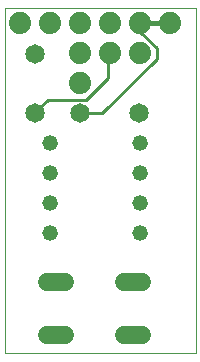
<source format=gbl>
G75*
%MOIN*%
%OFA0B0*%
%FSLAX25Y25*%
%IPPOS*%
%LPD*%
%AMOC8*
5,1,8,0,0,1.08239X$1,22.5*
%
%ADD10C,0.00000*%
%ADD11C,0.06500*%
%ADD12C,0.07400*%
%ADD13C,0.05200*%
%ADD14C,0.06000*%
%ADD15C,0.01000*%
%ADD16C,0.01600*%
D10*
X0003300Y0007167D02*
X0003300Y0122127D01*
X0067001Y0122127D01*
X0067001Y0007167D01*
X0003300Y0007167D01*
D11*
X0013300Y0087324D03*
X0013300Y0107009D03*
X0028457Y0087167D03*
X0048143Y0087167D03*
D12*
X0048300Y0107167D03*
X0048300Y0117167D03*
X0058300Y0117167D03*
X0038300Y0117167D03*
X0038300Y0107167D03*
X0028300Y0107167D03*
X0028300Y0117167D03*
X0018300Y0117167D03*
X0008300Y0117167D03*
X0028300Y0097167D03*
D13*
X0018300Y0077167D03*
X0018300Y0067167D03*
X0018300Y0057167D03*
X0018300Y0047167D03*
X0048300Y0047167D03*
X0048300Y0057167D03*
X0048300Y0067167D03*
X0048300Y0077167D03*
D14*
X0049100Y0031067D02*
X0043100Y0031067D01*
X0043100Y0013267D02*
X0049100Y0013267D01*
X0023500Y0013267D02*
X0017500Y0013267D01*
X0017500Y0031067D02*
X0023500Y0031067D01*
D15*
X0028457Y0087167D02*
X0028599Y0087265D01*
X0035828Y0087265D01*
X0053898Y0105336D01*
X0053898Y0108950D01*
X0048477Y0114371D01*
X0048477Y0117082D01*
X0048300Y0117167D01*
X0038300Y0107167D02*
X0037635Y0107143D01*
X0037635Y0099011D01*
X0030406Y0091783D01*
X0017757Y0091783D01*
X0014143Y0088169D01*
X0013300Y0087324D01*
D16*
X0048300Y0117167D02*
X0058300Y0117167D01*
M02*

</source>
